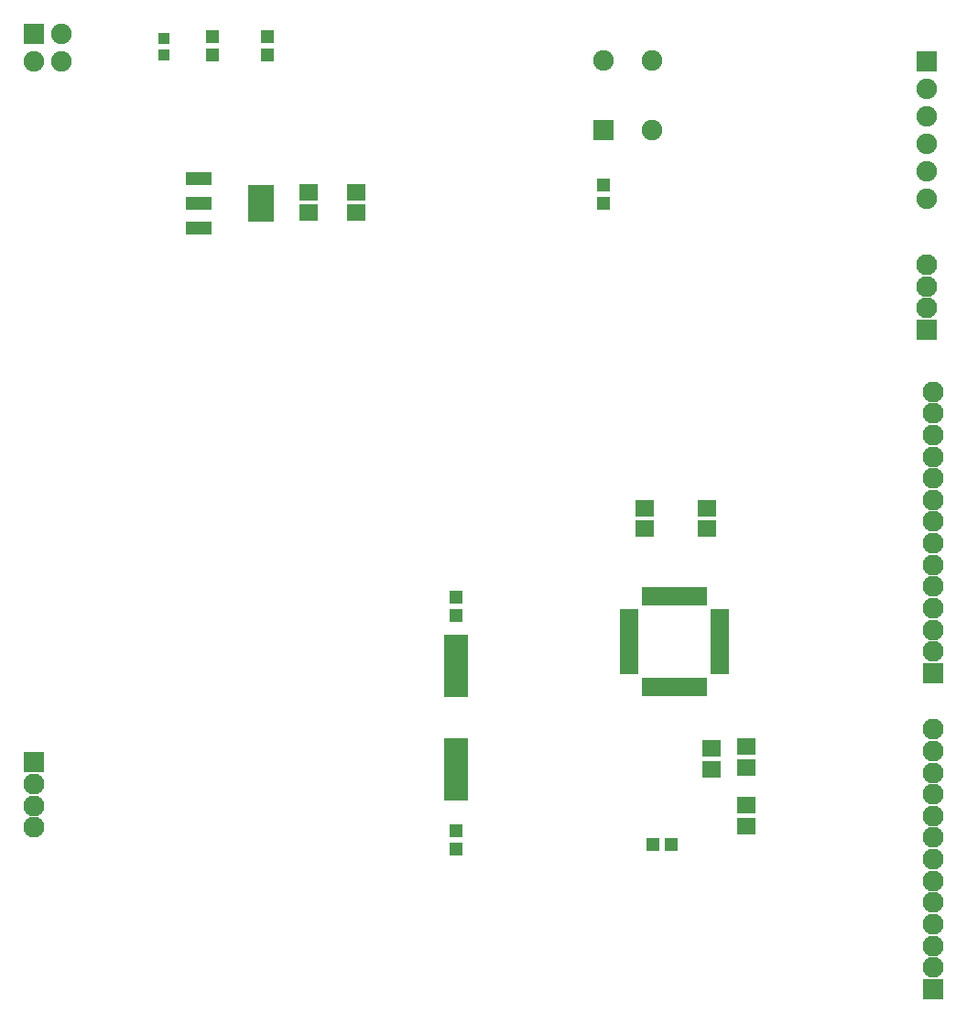
<source format=gts>
G04 DipTrace 3.0.0.2*
G04 Grupp7layout.GTS*
%MOMM*%
G04 #@! TF.FileFunction,Soldermask,Top*
G04 #@! TF.Part,Single*
%ADD39R,2.25X5.75*%
%ADD41R,2.35X3.45*%
%ADD43R,2.35X1.15*%
%ADD45R,1.8X0.5*%
%ADD47R,0.5X1.8*%
%ADD49R,1.3X1.2*%
%ADD51C,1.95*%
%ADD53R,1.95X1.95*%
%ADD55C,1.9*%
%ADD57R,1.9X1.9*%
%ADD59R,1.0X1.0*%
%ADD61R,1.2X1.3*%
%ADD63R,1.7X1.5*%
%FSLAX35Y35*%
G04*
G71*
G90*
G75*
G01*
G04 TopMask*
%LPD*%
D63*
X7048500Y5016500D3*
Y4826500D3*
X3365500Y7747500D3*
Y7937500D3*
D61*
X4730750Y2032000D3*
Y1862000D3*
Y4191000D3*
Y4021000D3*
D63*
X3810000Y7747500D3*
Y7937500D3*
D61*
X6096000Y8001000D3*
Y7831000D3*
D63*
X7096127Y2794000D3*
Y2604000D3*
X7413623Y2809873D3*
Y2619873D3*
X6477000Y5016500D3*
Y4826500D3*
X7412847Y2269887D3*
Y2079887D3*
D59*
X2032000Y9357500D3*
Y9207500D3*
D57*
X9080500Y9144000D3*
D55*
Y8890000D3*
Y8636000D3*
Y8382000D3*
Y8128000D3*
Y7874000D3*
D57*
X825500Y9398000D3*
D55*
Y9144000D3*
X1079500D3*
Y9398000D3*
D53*
X9144000Y3492500D3*
D51*
Y3692500D3*
Y3892500D3*
Y4092500D3*
Y4292500D3*
Y4492500D3*
Y4692500D3*
Y4892500D3*
Y5092500D3*
Y5292500D3*
Y5492500D3*
Y5692500D3*
Y5892500D3*
Y6092500D3*
D53*
Y571500D3*
D51*
Y771500D3*
Y971500D3*
Y1171500D3*
Y1371500D3*
Y1571500D3*
Y1771500D3*
Y1971500D3*
Y2171500D3*
Y2371500D3*
Y2571500D3*
Y2771500D3*
Y2971500D3*
D53*
X9080500Y6667500D3*
D51*
Y6867500D3*
Y7067500D3*
Y7267500D3*
D53*
X825500Y2667000D3*
D51*
Y2467000D3*
Y2267000D3*
Y2067000D3*
D49*
X6550500Y1905000D3*
X6720500D3*
D61*
X2984500Y9377500D3*
Y9207500D3*
X2476500Y9377500D3*
Y9207500D3*
D57*
X6096000Y8509000D3*
D55*
X6546000D3*
Y9159000D3*
X6096000D3*
D47*
X6477000Y3365500D3*
X6527000D3*
X6577000D3*
X6627000D3*
X6677000D3*
X6727000D3*
X6777000D3*
X6827000D3*
X6877000D3*
X6927000D3*
X6977000D3*
X7027000D3*
D45*
X7172000Y3510500D3*
Y3560500D3*
Y3610500D3*
Y3660500D3*
Y3710500D3*
Y3760500D3*
Y3810500D3*
Y3860500D3*
Y3910500D3*
Y3960500D3*
Y4010500D3*
Y4060500D3*
D47*
X7027000Y4205500D3*
X6977000D3*
X6927000D3*
X6877000D3*
X6827000D3*
X6777000D3*
X6727000D3*
X6677000D3*
X6627000D3*
X6577000D3*
X6527000D3*
X6477000D3*
D45*
X6332000Y4060500D3*
Y4010500D3*
Y3960500D3*
Y3910500D3*
Y3860500D3*
Y3810500D3*
Y3760500D3*
Y3710500D3*
Y3660500D3*
Y3610500D3*
Y3560500D3*
Y3510500D3*
D43*
X2349500Y8064500D3*
Y7834500D3*
Y7604500D3*
D41*
X2929500Y7834500D3*
D39*
X4730750Y3556000D3*
Y2601000D3*
M02*

</source>
